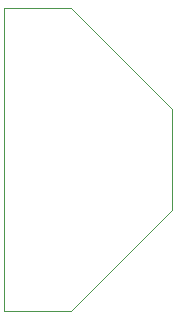
<source format=gbr>
G04 #@! TF.GenerationSoftware,KiCad,Pcbnew,5.1.5-1.fc31*
G04 #@! TF.CreationDate,2020-02-21T11:33:52+00:00*
G04 #@! TF.ProjectId,programmer-adapter,70726f67-7261-46d6-9d65-722d61646170,rev?*
G04 #@! TF.SameCoordinates,Original*
G04 #@! TF.FileFunction,Profile,NP*
%FSLAX46Y46*%
G04 Gerber Fmt 4.6, Leading zero omitted, Abs format (unit mm)*
G04 Created by KiCad (PCBNEW 5.1.5-1.fc31) date 2020-02-21 11:33:52*
%MOMM*%
%LPD*%
G04 APERTURE LIST*
%ADD10C,0.050000*%
G04 APERTURE END LIST*
D10*
X151700000Y-102450000D02*
X151700000Y-102340000D01*
X143140000Y-111010000D02*
X151700000Y-102450000D01*
X137550000Y-111010000D02*
X143140000Y-111010000D01*
X137550000Y-85360000D02*
X137550000Y-111010000D01*
X151700000Y-93910000D02*
X151700000Y-102340000D01*
X143150000Y-85360000D02*
X151700000Y-93910000D01*
X137550000Y-85360000D02*
X143150000Y-85360000D01*
M02*

</source>
